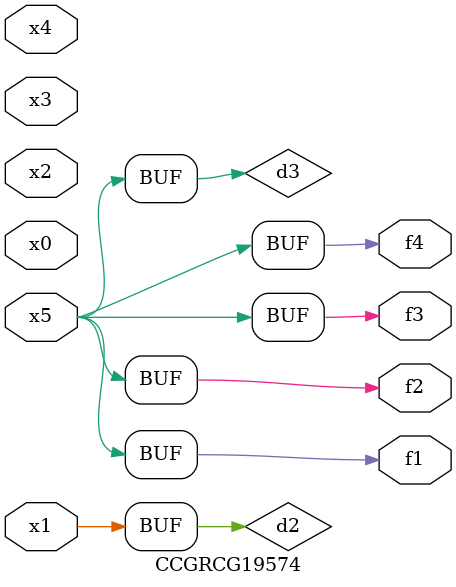
<source format=v>
module CCGRCG19574(
	input x0, x1, x2, x3, x4, x5,
	output f1, f2, f3, f4
);

	wire d1, d2, d3;

	not (d1, x5);
	or (d2, x1);
	xnor (d3, d1);
	assign f1 = d3;
	assign f2 = d3;
	assign f3 = d3;
	assign f4 = d3;
endmodule

</source>
